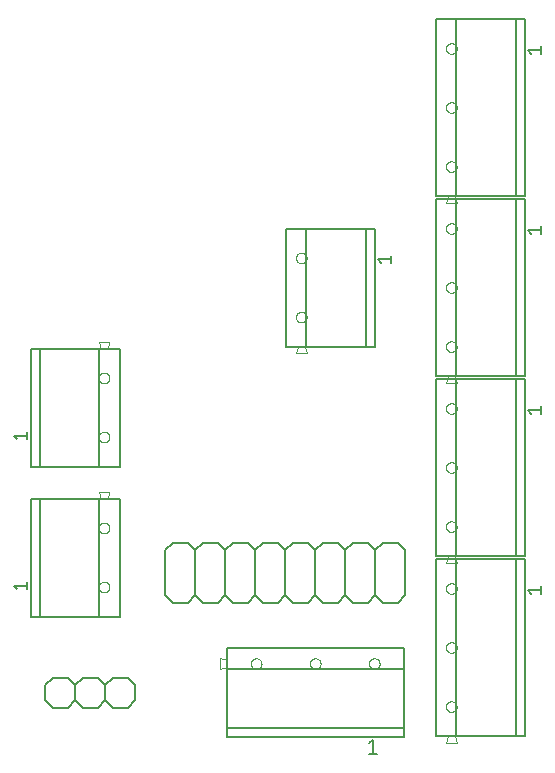
<source format=gto>
G75*
%MOIN*%
%OFA0B0*%
%FSLAX25Y25*%
%IPPOS*%
%LPD*%
%AMOC8*
5,1,8,0,0,1.08239X$1,22.5*
%
%ADD10C,0.00600*%
%ADD11C,0.00300*%
%ADD12C,0.00500*%
D10*
X0016169Y0018669D02*
X0013669Y0021169D01*
X0013669Y0026169D01*
X0016169Y0028669D01*
X0021169Y0028669D01*
X0023669Y0026169D01*
X0026169Y0028669D01*
X0031169Y0028669D01*
X0033669Y0026169D01*
X0036169Y0028669D01*
X0041169Y0028669D01*
X0043669Y0026169D01*
X0043669Y0021169D01*
X0041169Y0018669D01*
X0036169Y0018669D01*
X0033669Y0021169D01*
X0031169Y0018669D01*
X0026169Y0018669D01*
X0023669Y0021169D01*
X0021169Y0018669D01*
X0016169Y0018669D01*
X0023669Y0021169D02*
X0023669Y0026169D01*
X0033669Y0026169D02*
X0033669Y0021169D01*
X0031622Y0048984D02*
X0031622Y0088354D01*
X0032154Y0088354D01*
X0034476Y0088354D01*
X0038433Y0088354D01*
X0038433Y0048984D01*
X0031622Y0048984D01*
X0011819Y0048984D01*
X0011819Y0088354D01*
X0031622Y0088354D01*
X0031622Y0098984D02*
X0031622Y0138354D01*
X0032154Y0138354D01*
X0034476Y0138354D01*
X0038433Y0138354D01*
X0038433Y0098984D01*
X0031622Y0098984D01*
X0011819Y0098984D01*
X0011819Y0138354D01*
X0031622Y0138354D01*
X0011819Y0138354D02*
X0008906Y0138354D01*
X0008906Y0098984D01*
X0011819Y0098984D01*
X0011819Y0088354D02*
X0008906Y0088354D01*
X0008906Y0048984D01*
X0011819Y0048984D01*
X0053669Y0056169D02*
X0053669Y0071169D01*
X0056169Y0073669D01*
X0061169Y0073669D01*
X0063669Y0071169D01*
X0063669Y0056169D01*
X0066169Y0053669D01*
X0071169Y0053669D01*
X0073669Y0056169D01*
X0073669Y0071169D01*
X0076169Y0073669D01*
X0081169Y0073669D01*
X0083669Y0071169D01*
X0083669Y0056169D01*
X0086169Y0053669D01*
X0091169Y0053669D01*
X0093669Y0056169D01*
X0093669Y0071169D01*
X0096169Y0073669D01*
X0101169Y0073669D01*
X0103669Y0071169D01*
X0103669Y0056169D01*
X0106169Y0053669D01*
X0111169Y0053669D01*
X0113669Y0056169D01*
X0113669Y0071169D01*
X0116169Y0073669D01*
X0121169Y0073669D01*
X0123669Y0071169D01*
X0126169Y0073669D01*
X0131169Y0073669D01*
X0133669Y0071169D01*
X0133669Y0056169D01*
X0131169Y0053669D01*
X0126169Y0053669D01*
X0123669Y0056169D01*
X0123669Y0071169D01*
X0113669Y0071169D02*
X0111169Y0073669D01*
X0106169Y0073669D01*
X0103669Y0071169D01*
X0093669Y0071169D02*
X0091169Y0073669D01*
X0086169Y0073669D01*
X0083669Y0071169D01*
X0073669Y0071169D02*
X0071169Y0073669D01*
X0066169Y0073669D01*
X0063669Y0071169D01*
X0063669Y0056169D02*
X0061169Y0053669D01*
X0056169Y0053669D01*
X0053669Y0056169D01*
X0073669Y0056169D02*
X0076169Y0053669D01*
X0081169Y0053669D01*
X0083669Y0056169D01*
X0093669Y0056169D02*
X0096169Y0053669D01*
X0101169Y0053669D01*
X0103669Y0056169D01*
X0113669Y0056169D02*
X0116169Y0053669D01*
X0121169Y0053669D01*
X0123669Y0056169D01*
X0133197Y0038433D02*
X0133197Y0031622D01*
X0074142Y0031622D01*
X0074142Y0032154D01*
X0074142Y0034476D01*
X0074142Y0038433D01*
X0133197Y0038433D01*
X0133197Y0031622D02*
X0133197Y0011819D01*
X0074142Y0011819D01*
X0074142Y0031622D01*
X0074142Y0011819D02*
X0074142Y0008906D01*
X0133197Y0008906D01*
X0133197Y0011819D01*
X0143906Y0009142D02*
X0147862Y0009142D01*
X0150185Y0009142D01*
X0150717Y0009142D01*
X0150717Y0068197D01*
X0170520Y0068197D01*
X0170520Y0009142D01*
X0150717Y0009142D01*
X0143906Y0009142D02*
X0143906Y0068197D01*
X0150717Y0068197D01*
X0150717Y0069142D02*
X0150717Y0128197D01*
X0170520Y0128197D01*
X0170520Y0069142D01*
X0150717Y0069142D01*
X0150185Y0069142D01*
X0147862Y0069142D01*
X0143906Y0069142D01*
X0143906Y0128197D01*
X0150717Y0128197D01*
X0150717Y0129142D02*
X0150717Y0188197D01*
X0170520Y0188197D01*
X0170520Y0129142D01*
X0150717Y0129142D01*
X0150185Y0129142D01*
X0147862Y0129142D01*
X0143906Y0129142D01*
X0143906Y0188197D01*
X0150717Y0188197D01*
X0150717Y0189142D02*
X0150717Y0248197D01*
X0170520Y0248197D01*
X0170520Y0189142D01*
X0150717Y0189142D01*
X0150185Y0189142D01*
X0147862Y0189142D01*
X0143906Y0189142D01*
X0143906Y0248197D01*
X0150717Y0248197D01*
X0170520Y0248197D02*
X0173433Y0248197D01*
X0173433Y0189142D01*
X0170520Y0189142D01*
X0170520Y0188197D02*
X0173433Y0188197D01*
X0173433Y0129142D01*
X0170520Y0129142D01*
X0170520Y0128197D02*
X0173433Y0128197D01*
X0173433Y0069142D01*
X0170520Y0069142D01*
X0170520Y0068197D02*
X0173433Y0068197D01*
X0173433Y0009142D01*
X0170520Y0009142D01*
X0123433Y0138984D02*
X0120520Y0138984D01*
X0120520Y0178354D01*
X0123433Y0178354D01*
X0123433Y0138984D01*
X0120520Y0138984D02*
X0100717Y0138984D01*
X0100717Y0178354D01*
X0120520Y0178354D01*
X0100717Y0178354D02*
X0093906Y0178354D01*
X0093906Y0138984D01*
X0097862Y0138984D01*
X0100185Y0138984D01*
X0100717Y0138984D01*
D11*
X0100185Y0138984D02*
X0100795Y0136701D01*
X0097252Y0136701D01*
X0097862Y0138984D01*
X0097252Y0148827D02*
X0097254Y0148911D01*
X0097260Y0148994D01*
X0097270Y0149077D01*
X0097284Y0149160D01*
X0097301Y0149242D01*
X0097323Y0149323D01*
X0097348Y0149402D01*
X0097377Y0149481D01*
X0097410Y0149558D01*
X0097446Y0149633D01*
X0097486Y0149707D01*
X0097529Y0149779D01*
X0097576Y0149848D01*
X0097626Y0149915D01*
X0097679Y0149980D01*
X0097735Y0150042D01*
X0097793Y0150102D01*
X0097855Y0150159D01*
X0097919Y0150212D01*
X0097986Y0150263D01*
X0098055Y0150310D01*
X0098126Y0150355D01*
X0098199Y0150395D01*
X0098274Y0150432D01*
X0098351Y0150466D01*
X0098429Y0150496D01*
X0098508Y0150522D01*
X0098589Y0150545D01*
X0098671Y0150563D01*
X0098753Y0150578D01*
X0098836Y0150589D01*
X0098919Y0150596D01*
X0099003Y0150599D01*
X0099087Y0150598D01*
X0099170Y0150593D01*
X0099254Y0150584D01*
X0099336Y0150571D01*
X0099418Y0150555D01*
X0099499Y0150534D01*
X0099580Y0150510D01*
X0099658Y0150482D01*
X0099736Y0150450D01*
X0099812Y0150414D01*
X0099886Y0150375D01*
X0099958Y0150333D01*
X0100028Y0150287D01*
X0100096Y0150238D01*
X0100161Y0150186D01*
X0100224Y0150131D01*
X0100284Y0150073D01*
X0100342Y0150012D01*
X0100396Y0149948D01*
X0100448Y0149882D01*
X0100496Y0149814D01*
X0100541Y0149743D01*
X0100582Y0149670D01*
X0100621Y0149596D01*
X0100655Y0149520D01*
X0100686Y0149442D01*
X0100713Y0149363D01*
X0100737Y0149282D01*
X0100756Y0149201D01*
X0100772Y0149119D01*
X0100784Y0149036D01*
X0100792Y0148952D01*
X0100796Y0148869D01*
X0100796Y0148785D01*
X0100792Y0148702D01*
X0100784Y0148618D01*
X0100772Y0148535D01*
X0100756Y0148453D01*
X0100737Y0148372D01*
X0100713Y0148291D01*
X0100686Y0148212D01*
X0100655Y0148134D01*
X0100621Y0148058D01*
X0100582Y0147984D01*
X0100541Y0147911D01*
X0100496Y0147840D01*
X0100448Y0147772D01*
X0100396Y0147706D01*
X0100342Y0147642D01*
X0100284Y0147581D01*
X0100224Y0147523D01*
X0100161Y0147468D01*
X0100096Y0147416D01*
X0100028Y0147367D01*
X0099958Y0147321D01*
X0099886Y0147279D01*
X0099812Y0147240D01*
X0099736Y0147204D01*
X0099658Y0147172D01*
X0099580Y0147144D01*
X0099499Y0147120D01*
X0099418Y0147099D01*
X0099336Y0147083D01*
X0099254Y0147070D01*
X0099170Y0147061D01*
X0099087Y0147056D01*
X0099003Y0147055D01*
X0098919Y0147058D01*
X0098836Y0147065D01*
X0098753Y0147076D01*
X0098671Y0147091D01*
X0098589Y0147109D01*
X0098508Y0147132D01*
X0098429Y0147158D01*
X0098351Y0147188D01*
X0098274Y0147222D01*
X0098199Y0147259D01*
X0098126Y0147299D01*
X0098055Y0147344D01*
X0097986Y0147391D01*
X0097919Y0147442D01*
X0097855Y0147495D01*
X0097793Y0147552D01*
X0097735Y0147612D01*
X0097679Y0147674D01*
X0097626Y0147739D01*
X0097576Y0147806D01*
X0097529Y0147875D01*
X0097486Y0147947D01*
X0097446Y0148021D01*
X0097410Y0148096D01*
X0097377Y0148173D01*
X0097348Y0148252D01*
X0097323Y0148331D01*
X0097301Y0148412D01*
X0097284Y0148494D01*
X0097270Y0148577D01*
X0097260Y0148660D01*
X0097254Y0148743D01*
X0097252Y0148827D01*
X0097252Y0168512D02*
X0097254Y0168596D01*
X0097260Y0168679D01*
X0097270Y0168762D01*
X0097284Y0168845D01*
X0097301Y0168927D01*
X0097323Y0169008D01*
X0097348Y0169087D01*
X0097377Y0169166D01*
X0097410Y0169243D01*
X0097446Y0169318D01*
X0097486Y0169392D01*
X0097529Y0169464D01*
X0097576Y0169533D01*
X0097626Y0169600D01*
X0097679Y0169665D01*
X0097735Y0169727D01*
X0097793Y0169787D01*
X0097855Y0169844D01*
X0097919Y0169897D01*
X0097986Y0169948D01*
X0098055Y0169995D01*
X0098126Y0170040D01*
X0098199Y0170080D01*
X0098274Y0170117D01*
X0098351Y0170151D01*
X0098429Y0170181D01*
X0098508Y0170207D01*
X0098589Y0170230D01*
X0098671Y0170248D01*
X0098753Y0170263D01*
X0098836Y0170274D01*
X0098919Y0170281D01*
X0099003Y0170284D01*
X0099087Y0170283D01*
X0099170Y0170278D01*
X0099254Y0170269D01*
X0099336Y0170256D01*
X0099418Y0170240D01*
X0099499Y0170219D01*
X0099580Y0170195D01*
X0099658Y0170167D01*
X0099736Y0170135D01*
X0099812Y0170099D01*
X0099886Y0170060D01*
X0099958Y0170018D01*
X0100028Y0169972D01*
X0100096Y0169923D01*
X0100161Y0169871D01*
X0100224Y0169816D01*
X0100284Y0169758D01*
X0100342Y0169697D01*
X0100396Y0169633D01*
X0100448Y0169567D01*
X0100496Y0169499D01*
X0100541Y0169428D01*
X0100582Y0169355D01*
X0100621Y0169281D01*
X0100655Y0169205D01*
X0100686Y0169127D01*
X0100713Y0169048D01*
X0100737Y0168967D01*
X0100756Y0168886D01*
X0100772Y0168804D01*
X0100784Y0168721D01*
X0100792Y0168637D01*
X0100796Y0168554D01*
X0100796Y0168470D01*
X0100792Y0168387D01*
X0100784Y0168303D01*
X0100772Y0168220D01*
X0100756Y0168138D01*
X0100737Y0168057D01*
X0100713Y0167976D01*
X0100686Y0167897D01*
X0100655Y0167819D01*
X0100621Y0167743D01*
X0100582Y0167669D01*
X0100541Y0167596D01*
X0100496Y0167525D01*
X0100448Y0167457D01*
X0100396Y0167391D01*
X0100342Y0167327D01*
X0100284Y0167266D01*
X0100224Y0167208D01*
X0100161Y0167153D01*
X0100096Y0167101D01*
X0100028Y0167052D01*
X0099958Y0167006D01*
X0099886Y0166964D01*
X0099812Y0166925D01*
X0099736Y0166889D01*
X0099658Y0166857D01*
X0099580Y0166829D01*
X0099499Y0166805D01*
X0099418Y0166784D01*
X0099336Y0166768D01*
X0099254Y0166755D01*
X0099170Y0166746D01*
X0099087Y0166741D01*
X0099003Y0166740D01*
X0098919Y0166743D01*
X0098836Y0166750D01*
X0098753Y0166761D01*
X0098671Y0166776D01*
X0098589Y0166794D01*
X0098508Y0166817D01*
X0098429Y0166843D01*
X0098351Y0166873D01*
X0098274Y0166907D01*
X0098199Y0166944D01*
X0098126Y0166984D01*
X0098055Y0167029D01*
X0097986Y0167076D01*
X0097919Y0167127D01*
X0097855Y0167180D01*
X0097793Y0167237D01*
X0097735Y0167297D01*
X0097679Y0167359D01*
X0097626Y0167424D01*
X0097576Y0167491D01*
X0097529Y0167560D01*
X0097486Y0167632D01*
X0097446Y0167706D01*
X0097410Y0167781D01*
X0097377Y0167858D01*
X0097348Y0167937D01*
X0097323Y0168016D01*
X0097301Y0168097D01*
X0097284Y0168179D01*
X0097270Y0168262D01*
X0097260Y0168345D01*
X0097254Y0168428D01*
X0097252Y0168512D01*
X0147252Y0186858D02*
X0150795Y0186858D01*
X0150185Y0189142D01*
X0147862Y0189142D02*
X0147252Y0186858D01*
X0147252Y0178354D02*
X0147254Y0178438D01*
X0147260Y0178521D01*
X0147270Y0178604D01*
X0147284Y0178687D01*
X0147301Y0178769D01*
X0147323Y0178850D01*
X0147348Y0178929D01*
X0147377Y0179008D01*
X0147410Y0179085D01*
X0147446Y0179160D01*
X0147486Y0179234D01*
X0147529Y0179306D01*
X0147576Y0179375D01*
X0147626Y0179442D01*
X0147679Y0179507D01*
X0147735Y0179569D01*
X0147793Y0179629D01*
X0147855Y0179686D01*
X0147919Y0179739D01*
X0147986Y0179790D01*
X0148055Y0179837D01*
X0148126Y0179882D01*
X0148199Y0179922D01*
X0148274Y0179959D01*
X0148351Y0179993D01*
X0148429Y0180023D01*
X0148508Y0180049D01*
X0148589Y0180072D01*
X0148671Y0180090D01*
X0148753Y0180105D01*
X0148836Y0180116D01*
X0148919Y0180123D01*
X0149003Y0180126D01*
X0149087Y0180125D01*
X0149170Y0180120D01*
X0149254Y0180111D01*
X0149336Y0180098D01*
X0149418Y0180082D01*
X0149499Y0180061D01*
X0149580Y0180037D01*
X0149658Y0180009D01*
X0149736Y0179977D01*
X0149812Y0179941D01*
X0149886Y0179902D01*
X0149958Y0179860D01*
X0150028Y0179814D01*
X0150096Y0179765D01*
X0150161Y0179713D01*
X0150224Y0179658D01*
X0150284Y0179600D01*
X0150342Y0179539D01*
X0150396Y0179475D01*
X0150448Y0179409D01*
X0150496Y0179341D01*
X0150541Y0179270D01*
X0150582Y0179197D01*
X0150621Y0179123D01*
X0150655Y0179047D01*
X0150686Y0178969D01*
X0150713Y0178890D01*
X0150737Y0178809D01*
X0150756Y0178728D01*
X0150772Y0178646D01*
X0150784Y0178563D01*
X0150792Y0178479D01*
X0150796Y0178396D01*
X0150796Y0178312D01*
X0150792Y0178229D01*
X0150784Y0178145D01*
X0150772Y0178062D01*
X0150756Y0177980D01*
X0150737Y0177899D01*
X0150713Y0177818D01*
X0150686Y0177739D01*
X0150655Y0177661D01*
X0150621Y0177585D01*
X0150582Y0177511D01*
X0150541Y0177438D01*
X0150496Y0177367D01*
X0150448Y0177299D01*
X0150396Y0177233D01*
X0150342Y0177169D01*
X0150284Y0177108D01*
X0150224Y0177050D01*
X0150161Y0176995D01*
X0150096Y0176943D01*
X0150028Y0176894D01*
X0149958Y0176848D01*
X0149886Y0176806D01*
X0149812Y0176767D01*
X0149736Y0176731D01*
X0149658Y0176699D01*
X0149580Y0176671D01*
X0149499Y0176647D01*
X0149418Y0176626D01*
X0149336Y0176610D01*
X0149254Y0176597D01*
X0149170Y0176588D01*
X0149087Y0176583D01*
X0149003Y0176582D01*
X0148919Y0176585D01*
X0148836Y0176592D01*
X0148753Y0176603D01*
X0148671Y0176618D01*
X0148589Y0176636D01*
X0148508Y0176659D01*
X0148429Y0176685D01*
X0148351Y0176715D01*
X0148274Y0176749D01*
X0148199Y0176786D01*
X0148126Y0176826D01*
X0148055Y0176871D01*
X0147986Y0176918D01*
X0147919Y0176969D01*
X0147855Y0177022D01*
X0147793Y0177079D01*
X0147735Y0177139D01*
X0147679Y0177201D01*
X0147626Y0177266D01*
X0147576Y0177333D01*
X0147529Y0177402D01*
X0147486Y0177474D01*
X0147446Y0177548D01*
X0147410Y0177623D01*
X0147377Y0177700D01*
X0147348Y0177779D01*
X0147323Y0177858D01*
X0147301Y0177939D01*
X0147284Y0178021D01*
X0147270Y0178104D01*
X0147260Y0178187D01*
X0147254Y0178270D01*
X0147252Y0178354D01*
X0147252Y0158669D02*
X0147254Y0158753D01*
X0147260Y0158836D01*
X0147270Y0158919D01*
X0147284Y0159002D01*
X0147301Y0159084D01*
X0147323Y0159165D01*
X0147348Y0159244D01*
X0147377Y0159323D01*
X0147410Y0159400D01*
X0147446Y0159475D01*
X0147486Y0159549D01*
X0147529Y0159621D01*
X0147576Y0159690D01*
X0147626Y0159757D01*
X0147679Y0159822D01*
X0147735Y0159884D01*
X0147793Y0159944D01*
X0147855Y0160001D01*
X0147919Y0160054D01*
X0147986Y0160105D01*
X0148055Y0160152D01*
X0148126Y0160197D01*
X0148199Y0160237D01*
X0148274Y0160274D01*
X0148351Y0160308D01*
X0148429Y0160338D01*
X0148508Y0160364D01*
X0148589Y0160387D01*
X0148671Y0160405D01*
X0148753Y0160420D01*
X0148836Y0160431D01*
X0148919Y0160438D01*
X0149003Y0160441D01*
X0149087Y0160440D01*
X0149170Y0160435D01*
X0149254Y0160426D01*
X0149336Y0160413D01*
X0149418Y0160397D01*
X0149499Y0160376D01*
X0149580Y0160352D01*
X0149658Y0160324D01*
X0149736Y0160292D01*
X0149812Y0160256D01*
X0149886Y0160217D01*
X0149958Y0160175D01*
X0150028Y0160129D01*
X0150096Y0160080D01*
X0150161Y0160028D01*
X0150224Y0159973D01*
X0150284Y0159915D01*
X0150342Y0159854D01*
X0150396Y0159790D01*
X0150448Y0159724D01*
X0150496Y0159656D01*
X0150541Y0159585D01*
X0150582Y0159512D01*
X0150621Y0159438D01*
X0150655Y0159362D01*
X0150686Y0159284D01*
X0150713Y0159205D01*
X0150737Y0159124D01*
X0150756Y0159043D01*
X0150772Y0158961D01*
X0150784Y0158878D01*
X0150792Y0158794D01*
X0150796Y0158711D01*
X0150796Y0158627D01*
X0150792Y0158544D01*
X0150784Y0158460D01*
X0150772Y0158377D01*
X0150756Y0158295D01*
X0150737Y0158214D01*
X0150713Y0158133D01*
X0150686Y0158054D01*
X0150655Y0157976D01*
X0150621Y0157900D01*
X0150582Y0157826D01*
X0150541Y0157753D01*
X0150496Y0157682D01*
X0150448Y0157614D01*
X0150396Y0157548D01*
X0150342Y0157484D01*
X0150284Y0157423D01*
X0150224Y0157365D01*
X0150161Y0157310D01*
X0150096Y0157258D01*
X0150028Y0157209D01*
X0149958Y0157163D01*
X0149886Y0157121D01*
X0149812Y0157082D01*
X0149736Y0157046D01*
X0149658Y0157014D01*
X0149580Y0156986D01*
X0149499Y0156962D01*
X0149418Y0156941D01*
X0149336Y0156925D01*
X0149254Y0156912D01*
X0149170Y0156903D01*
X0149087Y0156898D01*
X0149003Y0156897D01*
X0148919Y0156900D01*
X0148836Y0156907D01*
X0148753Y0156918D01*
X0148671Y0156933D01*
X0148589Y0156951D01*
X0148508Y0156974D01*
X0148429Y0157000D01*
X0148351Y0157030D01*
X0148274Y0157064D01*
X0148199Y0157101D01*
X0148126Y0157141D01*
X0148055Y0157186D01*
X0147986Y0157233D01*
X0147919Y0157284D01*
X0147855Y0157337D01*
X0147793Y0157394D01*
X0147735Y0157454D01*
X0147679Y0157516D01*
X0147626Y0157581D01*
X0147576Y0157648D01*
X0147529Y0157717D01*
X0147486Y0157789D01*
X0147446Y0157863D01*
X0147410Y0157938D01*
X0147377Y0158015D01*
X0147348Y0158094D01*
X0147323Y0158173D01*
X0147301Y0158254D01*
X0147284Y0158336D01*
X0147270Y0158419D01*
X0147260Y0158502D01*
X0147254Y0158585D01*
X0147252Y0158669D01*
X0147252Y0138984D02*
X0147254Y0139068D01*
X0147260Y0139151D01*
X0147270Y0139234D01*
X0147284Y0139317D01*
X0147301Y0139399D01*
X0147323Y0139480D01*
X0147348Y0139559D01*
X0147377Y0139638D01*
X0147410Y0139715D01*
X0147446Y0139790D01*
X0147486Y0139864D01*
X0147529Y0139936D01*
X0147576Y0140005D01*
X0147626Y0140072D01*
X0147679Y0140137D01*
X0147735Y0140199D01*
X0147793Y0140259D01*
X0147855Y0140316D01*
X0147919Y0140369D01*
X0147986Y0140420D01*
X0148055Y0140467D01*
X0148126Y0140512D01*
X0148199Y0140552D01*
X0148274Y0140589D01*
X0148351Y0140623D01*
X0148429Y0140653D01*
X0148508Y0140679D01*
X0148589Y0140702D01*
X0148671Y0140720D01*
X0148753Y0140735D01*
X0148836Y0140746D01*
X0148919Y0140753D01*
X0149003Y0140756D01*
X0149087Y0140755D01*
X0149170Y0140750D01*
X0149254Y0140741D01*
X0149336Y0140728D01*
X0149418Y0140712D01*
X0149499Y0140691D01*
X0149580Y0140667D01*
X0149658Y0140639D01*
X0149736Y0140607D01*
X0149812Y0140571D01*
X0149886Y0140532D01*
X0149958Y0140490D01*
X0150028Y0140444D01*
X0150096Y0140395D01*
X0150161Y0140343D01*
X0150224Y0140288D01*
X0150284Y0140230D01*
X0150342Y0140169D01*
X0150396Y0140105D01*
X0150448Y0140039D01*
X0150496Y0139971D01*
X0150541Y0139900D01*
X0150582Y0139827D01*
X0150621Y0139753D01*
X0150655Y0139677D01*
X0150686Y0139599D01*
X0150713Y0139520D01*
X0150737Y0139439D01*
X0150756Y0139358D01*
X0150772Y0139276D01*
X0150784Y0139193D01*
X0150792Y0139109D01*
X0150796Y0139026D01*
X0150796Y0138942D01*
X0150792Y0138859D01*
X0150784Y0138775D01*
X0150772Y0138692D01*
X0150756Y0138610D01*
X0150737Y0138529D01*
X0150713Y0138448D01*
X0150686Y0138369D01*
X0150655Y0138291D01*
X0150621Y0138215D01*
X0150582Y0138141D01*
X0150541Y0138068D01*
X0150496Y0137997D01*
X0150448Y0137929D01*
X0150396Y0137863D01*
X0150342Y0137799D01*
X0150284Y0137738D01*
X0150224Y0137680D01*
X0150161Y0137625D01*
X0150096Y0137573D01*
X0150028Y0137524D01*
X0149958Y0137478D01*
X0149886Y0137436D01*
X0149812Y0137397D01*
X0149736Y0137361D01*
X0149658Y0137329D01*
X0149580Y0137301D01*
X0149499Y0137277D01*
X0149418Y0137256D01*
X0149336Y0137240D01*
X0149254Y0137227D01*
X0149170Y0137218D01*
X0149087Y0137213D01*
X0149003Y0137212D01*
X0148919Y0137215D01*
X0148836Y0137222D01*
X0148753Y0137233D01*
X0148671Y0137248D01*
X0148589Y0137266D01*
X0148508Y0137289D01*
X0148429Y0137315D01*
X0148351Y0137345D01*
X0148274Y0137379D01*
X0148199Y0137416D01*
X0148126Y0137456D01*
X0148055Y0137501D01*
X0147986Y0137548D01*
X0147919Y0137599D01*
X0147855Y0137652D01*
X0147793Y0137709D01*
X0147735Y0137769D01*
X0147679Y0137831D01*
X0147626Y0137896D01*
X0147576Y0137963D01*
X0147529Y0138032D01*
X0147486Y0138104D01*
X0147446Y0138178D01*
X0147410Y0138253D01*
X0147377Y0138330D01*
X0147348Y0138409D01*
X0147323Y0138488D01*
X0147301Y0138569D01*
X0147284Y0138651D01*
X0147270Y0138734D01*
X0147260Y0138817D01*
X0147254Y0138900D01*
X0147252Y0138984D01*
X0147862Y0129142D02*
X0147252Y0126858D01*
X0150795Y0126858D01*
X0150185Y0129142D01*
X0147252Y0118354D02*
X0147254Y0118438D01*
X0147260Y0118521D01*
X0147270Y0118604D01*
X0147284Y0118687D01*
X0147301Y0118769D01*
X0147323Y0118850D01*
X0147348Y0118929D01*
X0147377Y0119008D01*
X0147410Y0119085D01*
X0147446Y0119160D01*
X0147486Y0119234D01*
X0147529Y0119306D01*
X0147576Y0119375D01*
X0147626Y0119442D01*
X0147679Y0119507D01*
X0147735Y0119569D01*
X0147793Y0119629D01*
X0147855Y0119686D01*
X0147919Y0119739D01*
X0147986Y0119790D01*
X0148055Y0119837D01*
X0148126Y0119882D01*
X0148199Y0119922D01*
X0148274Y0119959D01*
X0148351Y0119993D01*
X0148429Y0120023D01*
X0148508Y0120049D01*
X0148589Y0120072D01*
X0148671Y0120090D01*
X0148753Y0120105D01*
X0148836Y0120116D01*
X0148919Y0120123D01*
X0149003Y0120126D01*
X0149087Y0120125D01*
X0149170Y0120120D01*
X0149254Y0120111D01*
X0149336Y0120098D01*
X0149418Y0120082D01*
X0149499Y0120061D01*
X0149580Y0120037D01*
X0149658Y0120009D01*
X0149736Y0119977D01*
X0149812Y0119941D01*
X0149886Y0119902D01*
X0149958Y0119860D01*
X0150028Y0119814D01*
X0150096Y0119765D01*
X0150161Y0119713D01*
X0150224Y0119658D01*
X0150284Y0119600D01*
X0150342Y0119539D01*
X0150396Y0119475D01*
X0150448Y0119409D01*
X0150496Y0119341D01*
X0150541Y0119270D01*
X0150582Y0119197D01*
X0150621Y0119123D01*
X0150655Y0119047D01*
X0150686Y0118969D01*
X0150713Y0118890D01*
X0150737Y0118809D01*
X0150756Y0118728D01*
X0150772Y0118646D01*
X0150784Y0118563D01*
X0150792Y0118479D01*
X0150796Y0118396D01*
X0150796Y0118312D01*
X0150792Y0118229D01*
X0150784Y0118145D01*
X0150772Y0118062D01*
X0150756Y0117980D01*
X0150737Y0117899D01*
X0150713Y0117818D01*
X0150686Y0117739D01*
X0150655Y0117661D01*
X0150621Y0117585D01*
X0150582Y0117511D01*
X0150541Y0117438D01*
X0150496Y0117367D01*
X0150448Y0117299D01*
X0150396Y0117233D01*
X0150342Y0117169D01*
X0150284Y0117108D01*
X0150224Y0117050D01*
X0150161Y0116995D01*
X0150096Y0116943D01*
X0150028Y0116894D01*
X0149958Y0116848D01*
X0149886Y0116806D01*
X0149812Y0116767D01*
X0149736Y0116731D01*
X0149658Y0116699D01*
X0149580Y0116671D01*
X0149499Y0116647D01*
X0149418Y0116626D01*
X0149336Y0116610D01*
X0149254Y0116597D01*
X0149170Y0116588D01*
X0149087Y0116583D01*
X0149003Y0116582D01*
X0148919Y0116585D01*
X0148836Y0116592D01*
X0148753Y0116603D01*
X0148671Y0116618D01*
X0148589Y0116636D01*
X0148508Y0116659D01*
X0148429Y0116685D01*
X0148351Y0116715D01*
X0148274Y0116749D01*
X0148199Y0116786D01*
X0148126Y0116826D01*
X0148055Y0116871D01*
X0147986Y0116918D01*
X0147919Y0116969D01*
X0147855Y0117022D01*
X0147793Y0117079D01*
X0147735Y0117139D01*
X0147679Y0117201D01*
X0147626Y0117266D01*
X0147576Y0117333D01*
X0147529Y0117402D01*
X0147486Y0117474D01*
X0147446Y0117548D01*
X0147410Y0117623D01*
X0147377Y0117700D01*
X0147348Y0117779D01*
X0147323Y0117858D01*
X0147301Y0117939D01*
X0147284Y0118021D01*
X0147270Y0118104D01*
X0147260Y0118187D01*
X0147254Y0118270D01*
X0147252Y0118354D01*
X0147252Y0098669D02*
X0147254Y0098753D01*
X0147260Y0098836D01*
X0147270Y0098919D01*
X0147284Y0099002D01*
X0147301Y0099084D01*
X0147323Y0099165D01*
X0147348Y0099244D01*
X0147377Y0099323D01*
X0147410Y0099400D01*
X0147446Y0099475D01*
X0147486Y0099549D01*
X0147529Y0099621D01*
X0147576Y0099690D01*
X0147626Y0099757D01*
X0147679Y0099822D01*
X0147735Y0099884D01*
X0147793Y0099944D01*
X0147855Y0100001D01*
X0147919Y0100054D01*
X0147986Y0100105D01*
X0148055Y0100152D01*
X0148126Y0100197D01*
X0148199Y0100237D01*
X0148274Y0100274D01*
X0148351Y0100308D01*
X0148429Y0100338D01*
X0148508Y0100364D01*
X0148589Y0100387D01*
X0148671Y0100405D01*
X0148753Y0100420D01*
X0148836Y0100431D01*
X0148919Y0100438D01*
X0149003Y0100441D01*
X0149087Y0100440D01*
X0149170Y0100435D01*
X0149254Y0100426D01*
X0149336Y0100413D01*
X0149418Y0100397D01*
X0149499Y0100376D01*
X0149580Y0100352D01*
X0149658Y0100324D01*
X0149736Y0100292D01*
X0149812Y0100256D01*
X0149886Y0100217D01*
X0149958Y0100175D01*
X0150028Y0100129D01*
X0150096Y0100080D01*
X0150161Y0100028D01*
X0150224Y0099973D01*
X0150284Y0099915D01*
X0150342Y0099854D01*
X0150396Y0099790D01*
X0150448Y0099724D01*
X0150496Y0099656D01*
X0150541Y0099585D01*
X0150582Y0099512D01*
X0150621Y0099438D01*
X0150655Y0099362D01*
X0150686Y0099284D01*
X0150713Y0099205D01*
X0150737Y0099124D01*
X0150756Y0099043D01*
X0150772Y0098961D01*
X0150784Y0098878D01*
X0150792Y0098794D01*
X0150796Y0098711D01*
X0150796Y0098627D01*
X0150792Y0098544D01*
X0150784Y0098460D01*
X0150772Y0098377D01*
X0150756Y0098295D01*
X0150737Y0098214D01*
X0150713Y0098133D01*
X0150686Y0098054D01*
X0150655Y0097976D01*
X0150621Y0097900D01*
X0150582Y0097826D01*
X0150541Y0097753D01*
X0150496Y0097682D01*
X0150448Y0097614D01*
X0150396Y0097548D01*
X0150342Y0097484D01*
X0150284Y0097423D01*
X0150224Y0097365D01*
X0150161Y0097310D01*
X0150096Y0097258D01*
X0150028Y0097209D01*
X0149958Y0097163D01*
X0149886Y0097121D01*
X0149812Y0097082D01*
X0149736Y0097046D01*
X0149658Y0097014D01*
X0149580Y0096986D01*
X0149499Y0096962D01*
X0149418Y0096941D01*
X0149336Y0096925D01*
X0149254Y0096912D01*
X0149170Y0096903D01*
X0149087Y0096898D01*
X0149003Y0096897D01*
X0148919Y0096900D01*
X0148836Y0096907D01*
X0148753Y0096918D01*
X0148671Y0096933D01*
X0148589Y0096951D01*
X0148508Y0096974D01*
X0148429Y0097000D01*
X0148351Y0097030D01*
X0148274Y0097064D01*
X0148199Y0097101D01*
X0148126Y0097141D01*
X0148055Y0097186D01*
X0147986Y0097233D01*
X0147919Y0097284D01*
X0147855Y0097337D01*
X0147793Y0097394D01*
X0147735Y0097454D01*
X0147679Y0097516D01*
X0147626Y0097581D01*
X0147576Y0097648D01*
X0147529Y0097717D01*
X0147486Y0097789D01*
X0147446Y0097863D01*
X0147410Y0097938D01*
X0147377Y0098015D01*
X0147348Y0098094D01*
X0147323Y0098173D01*
X0147301Y0098254D01*
X0147284Y0098336D01*
X0147270Y0098419D01*
X0147260Y0098502D01*
X0147254Y0098585D01*
X0147252Y0098669D01*
X0147252Y0078984D02*
X0147254Y0079068D01*
X0147260Y0079151D01*
X0147270Y0079234D01*
X0147284Y0079317D01*
X0147301Y0079399D01*
X0147323Y0079480D01*
X0147348Y0079559D01*
X0147377Y0079638D01*
X0147410Y0079715D01*
X0147446Y0079790D01*
X0147486Y0079864D01*
X0147529Y0079936D01*
X0147576Y0080005D01*
X0147626Y0080072D01*
X0147679Y0080137D01*
X0147735Y0080199D01*
X0147793Y0080259D01*
X0147855Y0080316D01*
X0147919Y0080369D01*
X0147986Y0080420D01*
X0148055Y0080467D01*
X0148126Y0080512D01*
X0148199Y0080552D01*
X0148274Y0080589D01*
X0148351Y0080623D01*
X0148429Y0080653D01*
X0148508Y0080679D01*
X0148589Y0080702D01*
X0148671Y0080720D01*
X0148753Y0080735D01*
X0148836Y0080746D01*
X0148919Y0080753D01*
X0149003Y0080756D01*
X0149087Y0080755D01*
X0149170Y0080750D01*
X0149254Y0080741D01*
X0149336Y0080728D01*
X0149418Y0080712D01*
X0149499Y0080691D01*
X0149580Y0080667D01*
X0149658Y0080639D01*
X0149736Y0080607D01*
X0149812Y0080571D01*
X0149886Y0080532D01*
X0149958Y0080490D01*
X0150028Y0080444D01*
X0150096Y0080395D01*
X0150161Y0080343D01*
X0150224Y0080288D01*
X0150284Y0080230D01*
X0150342Y0080169D01*
X0150396Y0080105D01*
X0150448Y0080039D01*
X0150496Y0079971D01*
X0150541Y0079900D01*
X0150582Y0079827D01*
X0150621Y0079753D01*
X0150655Y0079677D01*
X0150686Y0079599D01*
X0150713Y0079520D01*
X0150737Y0079439D01*
X0150756Y0079358D01*
X0150772Y0079276D01*
X0150784Y0079193D01*
X0150792Y0079109D01*
X0150796Y0079026D01*
X0150796Y0078942D01*
X0150792Y0078859D01*
X0150784Y0078775D01*
X0150772Y0078692D01*
X0150756Y0078610D01*
X0150737Y0078529D01*
X0150713Y0078448D01*
X0150686Y0078369D01*
X0150655Y0078291D01*
X0150621Y0078215D01*
X0150582Y0078141D01*
X0150541Y0078068D01*
X0150496Y0077997D01*
X0150448Y0077929D01*
X0150396Y0077863D01*
X0150342Y0077799D01*
X0150284Y0077738D01*
X0150224Y0077680D01*
X0150161Y0077625D01*
X0150096Y0077573D01*
X0150028Y0077524D01*
X0149958Y0077478D01*
X0149886Y0077436D01*
X0149812Y0077397D01*
X0149736Y0077361D01*
X0149658Y0077329D01*
X0149580Y0077301D01*
X0149499Y0077277D01*
X0149418Y0077256D01*
X0149336Y0077240D01*
X0149254Y0077227D01*
X0149170Y0077218D01*
X0149087Y0077213D01*
X0149003Y0077212D01*
X0148919Y0077215D01*
X0148836Y0077222D01*
X0148753Y0077233D01*
X0148671Y0077248D01*
X0148589Y0077266D01*
X0148508Y0077289D01*
X0148429Y0077315D01*
X0148351Y0077345D01*
X0148274Y0077379D01*
X0148199Y0077416D01*
X0148126Y0077456D01*
X0148055Y0077501D01*
X0147986Y0077548D01*
X0147919Y0077599D01*
X0147855Y0077652D01*
X0147793Y0077709D01*
X0147735Y0077769D01*
X0147679Y0077831D01*
X0147626Y0077896D01*
X0147576Y0077963D01*
X0147529Y0078032D01*
X0147486Y0078104D01*
X0147446Y0078178D01*
X0147410Y0078253D01*
X0147377Y0078330D01*
X0147348Y0078409D01*
X0147323Y0078488D01*
X0147301Y0078569D01*
X0147284Y0078651D01*
X0147270Y0078734D01*
X0147260Y0078817D01*
X0147254Y0078900D01*
X0147252Y0078984D01*
X0147862Y0069142D02*
X0147252Y0066858D01*
X0150795Y0066858D01*
X0150185Y0069142D01*
X0147252Y0058354D02*
X0147254Y0058438D01*
X0147260Y0058521D01*
X0147270Y0058604D01*
X0147284Y0058687D01*
X0147301Y0058769D01*
X0147323Y0058850D01*
X0147348Y0058929D01*
X0147377Y0059008D01*
X0147410Y0059085D01*
X0147446Y0059160D01*
X0147486Y0059234D01*
X0147529Y0059306D01*
X0147576Y0059375D01*
X0147626Y0059442D01*
X0147679Y0059507D01*
X0147735Y0059569D01*
X0147793Y0059629D01*
X0147855Y0059686D01*
X0147919Y0059739D01*
X0147986Y0059790D01*
X0148055Y0059837D01*
X0148126Y0059882D01*
X0148199Y0059922D01*
X0148274Y0059959D01*
X0148351Y0059993D01*
X0148429Y0060023D01*
X0148508Y0060049D01*
X0148589Y0060072D01*
X0148671Y0060090D01*
X0148753Y0060105D01*
X0148836Y0060116D01*
X0148919Y0060123D01*
X0149003Y0060126D01*
X0149087Y0060125D01*
X0149170Y0060120D01*
X0149254Y0060111D01*
X0149336Y0060098D01*
X0149418Y0060082D01*
X0149499Y0060061D01*
X0149580Y0060037D01*
X0149658Y0060009D01*
X0149736Y0059977D01*
X0149812Y0059941D01*
X0149886Y0059902D01*
X0149958Y0059860D01*
X0150028Y0059814D01*
X0150096Y0059765D01*
X0150161Y0059713D01*
X0150224Y0059658D01*
X0150284Y0059600D01*
X0150342Y0059539D01*
X0150396Y0059475D01*
X0150448Y0059409D01*
X0150496Y0059341D01*
X0150541Y0059270D01*
X0150582Y0059197D01*
X0150621Y0059123D01*
X0150655Y0059047D01*
X0150686Y0058969D01*
X0150713Y0058890D01*
X0150737Y0058809D01*
X0150756Y0058728D01*
X0150772Y0058646D01*
X0150784Y0058563D01*
X0150792Y0058479D01*
X0150796Y0058396D01*
X0150796Y0058312D01*
X0150792Y0058229D01*
X0150784Y0058145D01*
X0150772Y0058062D01*
X0150756Y0057980D01*
X0150737Y0057899D01*
X0150713Y0057818D01*
X0150686Y0057739D01*
X0150655Y0057661D01*
X0150621Y0057585D01*
X0150582Y0057511D01*
X0150541Y0057438D01*
X0150496Y0057367D01*
X0150448Y0057299D01*
X0150396Y0057233D01*
X0150342Y0057169D01*
X0150284Y0057108D01*
X0150224Y0057050D01*
X0150161Y0056995D01*
X0150096Y0056943D01*
X0150028Y0056894D01*
X0149958Y0056848D01*
X0149886Y0056806D01*
X0149812Y0056767D01*
X0149736Y0056731D01*
X0149658Y0056699D01*
X0149580Y0056671D01*
X0149499Y0056647D01*
X0149418Y0056626D01*
X0149336Y0056610D01*
X0149254Y0056597D01*
X0149170Y0056588D01*
X0149087Y0056583D01*
X0149003Y0056582D01*
X0148919Y0056585D01*
X0148836Y0056592D01*
X0148753Y0056603D01*
X0148671Y0056618D01*
X0148589Y0056636D01*
X0148508Y0056659D01*
X0148429Y0056685D01*
X0148351Y0056715D01*
X0148274Y0056749D01*
X0148199Y0056786D01*
X0148126Y0056826D01*
X0148055Y0056871D01*
X0147986Y0056918D01*
X0147919Y0056969D01*
X0147855Y0057022D01*
X0147793Y0057079D01*
X0147735Y0057139D01*
X0147679Y0057201D01*
X0147626Y0057266D01*
X0147576Y0057333D01*
X0147529Y0057402D01*
X0147486Y0057474D01*
X0147446Y0057548D01*
X0147410Y0057623D01*
X0147377Y0057700D01*
X0147348Y0057779D01*
X0147323Y0057858D01*
X0147301Y0057939D01*
X0147284Y0058021D01*
X0147270Y0058104D01*
X0147260Y0058187D01*
X0147254Y0058270D01*
X0147252Y0058354D01*
X0147252Y0038669D02*
X0147254Y0038753D01*
X0147260Y0038836D01*
X0147270Y0038919D01*
X0147284Y0039002D01*
X0147301Y0039084D01*
X0147323Y0039165D01*
X0147348Y0039244D01*
X0147377Y0039323D01*
X0147410Y0039400D01*
X0147446Y0039475D01*
X0147486Y0039549D01*
X0147529Y0039621D01*
X0147576Y0039690D01*
X0147626Y0039757D01*
X0147679Y0039822D01*
X0147735Y0039884D01*
X0147793Y0039944D01*
X0147855Y0040001D01*
X0147919Y0040054D01*
X0147986Y0040105D01*
X0148055Y0040152D01*
X0148126Y0040197D01*
X0148199Y0040237D01*
X0148274Y0040274D01*
X0148351Y0040308D01*
X0148429Y0040338D01*
X0148508Y0040364D01*
X0148589Y0040387D01*
X0148671Y0040405D01*
X0148753Y0040420D01*
X0148836Y0040431D01*
X0148919Y0040438D01*
X0149003Y0040441D01*
X0149087Y0040440D01*
X0149170Y0040435D01*
X0149254Y0040426D01*
X0149336Y0040413D01*
X0149418Y0040397D01*
X0149499Y0040376D01*
X0149580Y0040352D01*
X0149658Y0040324D01*
X0149736Y0040292D01*
X0149812Y0040256D01*
X0149886Y0040217D01*
X0149958Y0040175D01*
X0150028Y0040129D01*
X0150096Y0040080D01*
X0150161Y0040028D01*
X0150224Y0039973D01*
X0150284Y0039915D01*
X0150342Y0039854D01*
X0150396Y0039790D01*
X0150448Y0039724D01*
X0150496Y0039656D01*
X0150541Y0039585D01*
X0150582Y0039512D01*
X0150621Y0039438D01*
X0150655Y0039362D01*
X0150686Y0039284D01*
X0150713Y0039205D01*
X0150737Y0039124D01*
X0150756Y0039043D01*
X0150772Y0038961D01*
X0150784Y0038878D01*
X0150792Y0038794D01*
X0150796Y0038711D01*
X0150796Y0038627D01*
X0150792Y0038544D01*
X0150784Y0038460D01*
X0150772Y0038377D01*
X0150756Y0038295D01*
X0150737Y0038214D01*
X0150713Y0038133D01*
X0150686Y0038054D01*
X0150655Y0037976D01*
X0150621Y0037900D01*
X0150582Y0037826D01*
X0150541Y0037753D01*
X0150496Y0037682D01*
X0150448Y0037614D01*
X0150396Y0037548D01*
X0150342Y0037484D01*
X0150284Y0037423D01*
X0150224Y0037365D01*
X0150161Y0037310D01*
X0150096Y0037258D01*
X0150028Y0037209D01*
X0149958Y0037163D01*
X0149886Y0037121D01*
X0149812Y0037082D01*
X0149736Y0037046D01*
X0149658Y0037014D01*
X0149580Y0036986D01*
X0149499Y0036962D01*
X0149418Y0036941D01*
X0149336Y0036925D01*
X0149254Y0036912D01*
X0149170Y0036903D01*
X0149087Y0036898D01*
X0149003Y0036897D01*
X0148919Y0036900D01*
X0148836Y0036907D01*
X0148753Y0036918D01*
X0148671Y0036933D01*
X0148589Y0036951D01*
X0148508Y0036974D01*
X0148429Y0037000D01*
X0148351Y0037030D01*
X0148274Y0037064D01*
X0148199Y0037101D01*
X0148126Y0037141D01*
X0148055Y0037186D01*
X0147986Y0037233D01*
X0147919Y0037284D01*
X0147855Y0037337D01*
X0147793Y0037394D01*
X0147735Y0037454D01*
X0147679Y0037516D01*
X0147626Y0037581D01*
X0147576Y0037648D01*
X0147529Y0037717D01*
X0147486Y0037789D01*
X0147446Y0037863D01*
X0147410Y0037938D01*
X0147377Y0038015D01*
X0147348Y0038094D01*
X0147323Y0038173D01*
X0147301Y0038254D01*
X0147284Y0038336D01*
X0147270Y0038419D01*
X0147260Y0038502D01*
X0147254Y0038585D01*
X0147252Y0038669D01*
X0147252Y0018984D02*
X0147254Y0019068D01*
X0147260Y0019151D01*
X0147270Y0019234D01*
X0147284Y0019317D01*
X0147301Y0019399D01*
X0147323Y0019480D01*
X0147348Y0019559D01*
X0147377Y0019638D01*
X0147410Y0019715D01*
X0147446Y0019790D01*
X0147486Y0019864D01*
X0147529Y0019936D01*
X0147576Y0020005D01*
X0147626Y0020072D01*
X0147679Y0020137D01*
X0147735Y0020199D01*
X0147793Y0020259D01*
X0147855Y0020316D01*
X0147919Y0020369D01*
X0147986Y0020420D01*
X0148055Y0020467D01*
X0148126Y0020512D01*
X0148199Y0020552D01*
X0148274Y0020589D01*
X0148351Y0020623D01*
X0148429Y0020653D01*
X0148508Y0020679D01*
X0148589Y0020702D01*
X0148671Y0020720D01*
X0148753Y0020735D01*
X0148836Y0020746D01*
X0148919Y0020753D01*
X0149003Y0020756D01*
X0149087Y0020755D01*
X0149170Y0020750D01*
X0149254Y0020741D01*
X0149336Y0020728D01*
X0149418Y0020712D01*
X0149499Y0020691D01*
X0149580Y0020667D01*
X0149658Y0020639D01*
X0149736Y0020607D01*
X0149812Y0020571D01*
X0149886Y0020532D01*
X0149958Y0020490D01*
X0150028Y0020444D01*
X0150096Y0020395D01*
X0150161Y0020343D01*
X0150224Y0020288D01*
X0150284Y0020230D01*
X0150342Y0020169D01*
X0150396Y0020105D01*
X0150448Y0020039D01*
X0150496Y0019971D01*
X0150541Y0019900D01*
X0150582Y0019827D01*
X0150621Y0019753D01*
X0150655Y0019677D01*
X0150686Y0019599D01*
X0150713Y0019520D01*
X0150737Y0019439D01*
X0150756Y0019358D01*
X0150772Y0019276D01*
X0150784Y0019193D01*
X0150792Y0019109D01*
X0150796Y0019026D01*
X0150796Y0018942D01*
X0150792Y0018859D01*
X0150784Y0018775D01*
X0150772Y0018692D01*
X0150756Y0018610D01*
X0150737Y0018529D01*
X0150713Y0018448D01*
X0150686Y0018369D01*
X0150655Y0018291D01*
X0150621Y0018215D01*
X0150582Y0018141D01*
X0150541Y0018068D01*
X0150496Y0017997D01*
X0150448Y0017929D01*
X0150396Y0017863D01*
X0150342Y0017799D01*
X0150284Y0017738D01*
X0150224Y0017680D01*
X0150161Y0017625D01*
X0150096Y0017573D01*
X0150028Y0017524D01*
X0149958Y0017478D01*
X0149886Y0017436D01*
X0149812Y0017397D01*
X0149736Y0017361D01*
X0149658Y0017329D01*
X0149580Y0017301D01*
X0149499Y0017277D01*
X0149418Y0017256D01*
X0149336Y0017240D01*
X0149254Y0017227D01*
X0149170Y0017218D01*
X0149087Y0017213D01*
X0149003Y0017212D01*
X0148919Y0017215D01*
X0148836Y0017222D01*
X0148753Y0017233D01*
X0148671Y0017248D01*
X0148589Y0017266D01*
X0148508Y0017289D01*
X0148429Y0017315D01*
X0148351Y0017345D01*
X0148274Y0017379D01*
X0148199Y0017416D01*
X0148126Y0017456D01*
X0148055Y0017501D01*
X0147986Y0017548D01*
X0147919Y0017599D01*
X0147855Y0017652D01*
X0147793Y0017709D01*
X0147735Y0017769D01*
X0147679Y0017831D01*
X0147626Y0017896D01*
X0147576Y0017963D01*
X0147529Y0018032D01*
X0147486Y0018104D01*
X0147446Y0018178D01*
X0147410Y0018253D01*
X0147377Y0018330D01*
X0147348Y0018409D01*
X0147323Y0018488D01*
X0147301Y0018569D01*
X0147284Y0018651D01*
X0147270Y0018734D01*
X0147260Y0018817D01*
X0147254Y0018900D01*
X0147252Y0018984D01*
X0147862Y0009142D02*
X0147252Y0006858D01*
X0150795Y0006858D01*
X0150185Y0009142D01*
X0121582Y0033315D02*
X0121584Y0033399D01*
X0121590Y0033482D01*
X0121600Y0033565D01*
X0121614Y0033648D01*
X0121631Y0033730D01*
X0121653Y0033811D01*
X0121678Y0033890D01*
X0121707Y0033969D01*
X0121740Y0034046D01*
X0121776Y0034121D01*
X0121816Y0034195D01*
X0121859Y0034267D01*
X0121906Y0034336D01*
X0121956Y0034403D01*
X0122009Y0034468D01*
X0122065Y0034530D01*
X0122123Y0034590D01*
X0122185Y0034647D01*
X0122249Y0034700D01*
X0122316Y0034751D01*
X0122385Y0034798D01*
X0122456Y0034843D01*
X0122529Y0034883D01*
X0122604Y0034920D01*
X0122681Y0034954D01*
X0122759Y0034984D01*
X0122838Y0035010D01*
X0122919Y0035033D01*
X0123001Y0035051D01*
X0123083Y0035066D01*
X0123166Y0035077D01*
X0123249Y0035084D01*
X0123333Y0035087D01*
X0123417Y0035086D01*
X0123500Y0035081D01*
X0123584Y0035072D01*
X0123666Y0035059D01*
X0123748Y0035043D01*
X0123829Y0035022D01*
X0123910Y0034998D01*
X0123988Y0034970D01*
X0124066Y0034938D01*
X0124142Y0034902D01*
X0124216Y0034863D01*
X0124288Y0034821D01*
X0124358Y0034775D01*
X0124426Y0034726D01*
X0124491Y0034674D01*
X0124554Y0034619D01*
X0124614Y0034561D01*
X0124672Y0034500D01*
X0124726Y0034436D01*
X0124778Y0034370D01*
X0124826Y0034302D01*
X0124871Y0034231D01*
X0124912Y0034158D01*
X0124951Y0034084D01*
X0124985Y0034008D01*
X0125016Y0033930D01*
X0125043Y0033851D01*
X0125067Y0033770D01*
X0125086Y0033689D01*
X0125102Y0033607D01*
X0125114Y0033524D01*
X0125122Y0033440D01*
X0125126Y0033357D01*
X0125126Y0033273D01*
X0125122Y0033190D01*
X0125114Y0033106D01*
X0125102Y0033023D01*
X0125086Y0032941D01*
X0125067Y0032860D01*
X0125043Y0032779D01*
X0125016Y0032700D01*
X0124985Y0032622D01*
X0124951Y0032546D01*
X0124912Y0032472D01*
X0124871Y0032399D01*
X0124826Y0032328D01*
X0124778Y0032260D01*
X0124726Y0032194D01*
X0124672Y0032130D01*
X0124614Y0032069D01*
X0124554Y0032011D01*
X0124491Y0031956D01*
X0124426Y0031904D01*
X0124358Y0031855D01*
X0124288Y0031809D01*
X0124216Y0031767D01*
X0124142Y0031728D01*
X0124066Y0031692D01*
X0123988Y0031660D01*
X0123910Y0031632D01*
X0123829Y0031608D01*
X0123748Y0031587D01*
X0123666Y0031571D01*
X0123584Y0031558D01*
X0123500Y0031549D01*
X0123417Y0031544D01*
X0123333Y0031543D01*
X0123249Y0031546D01*
X0123166Y0031553D01*
X0123083Y0031564D01*
X0123001Y0031579D01*
X0122919Y0031597D01*
X0122838Y0031620D01*
X0122759Y0031646D01*
X0122681Y0031676D01*
X0122604Y0031710D01*
X0122529Y0031747D01*
X0122456Y0031787D01*
X0122385Y0031832D01*
X0122316Y0031879D01*
X0122249Y0031930D01*
X0122185Y0031983D01*
X0122123Y0032040D01*
X0122065Y0032100D01*
X0122009Y0032162D01*
X0121956Y0032227D01*
X0121906Y0032294D01*
X0121859Y0032363D01*
X0121816Y0032435D01*
X0121776Y0032509D01*
X0121740Y0032584D01*
X0121707Y0032661D01*
X0121678Y0032740D01*
X0121653Y0032819D01*
X0121631Y0032900D01*
X0121614Y0032982D01*
X0121600Y0033065D01*
X0121590Y0033148D01*
X0121584Y0033231D01*
X0121582Y0033315D01*
X0101897Y0033315D02*
X0101899Y0033399D01*
X0101905Y0033482D01*
X0101915Y0033565D01*
X0101929Y0033648D01*
X0101946Y0033730D01*
X0101968Y0033811D01*
X0101993Y0033890D01*
X0102022Y0033969D01*
X0102055Y0034046D01*
X0102091Y0034121D01*
X0102131Y0034195D01*
X0102174Y0034267D01*
X0102221Y0034336D01*
X0102271Y0034403D01*
X0102324Y0034468D01*
X0102380Y0034530D01*
X0102438Y0034590D01*
X0102500Y0034647D01*
X0102564Y0034700D01*
X0102631Y0034751D01*
X0102700Y0034798D01*
X0102771Y0034843D01*
X0102844Y0034883D01*
X0102919Y0034920D01*
X0102996Y0034954D01*
X0103074Y0034984D01*
X0103153Y0035010D01*
X0103234Y0035033D01*
X0103316Y0035051D01*
X0103398Y0035066D01*
X0103481Y0035077D01*
X0103564Y0035084D01*
X0103648Y0035087D01*
X0103732Y0035086D01*
X0103815Y0035081D01*
X0103899Y0035072D01*
X0103981Y0035059D01*
X0104063Y0035043D01*
X0104144Y0035022D01*
X0104225Y0034998D01*
X0104303Y0034970D01*
X0104381Y0034938D01*
X0104457Y0034902D01*
X0104531Y0034863D01*
X0104603Y0034821D01*
X0104673Y0034775D01*
X0104741Y0034726D01*
X0104806Y0034674D01*
X0104869Y0034619D01*
X0104929Y0034561D01*
X0104987Y0034500D01*
X0105041Y0034436D01*
X0105093Y0034370D01*
X0105141Y0034302D01*
X0105186Y0034231D01*
X0105227Y0034158D01*
X0105266Y0034084D01*
X0105300Y0034008D01*
X0105331Y0033930D01*
X0105358Y0033851D01*
X0105382Y0033770D01*
X0105401Y0033689D01*
X0105417Y0033607D01*
X0105429Y0033524D01*
X0105437Y0033440D01*
X0105441Y0033357D01*
X0105441Y0033273D01*
X0105437Y0033190D01*
X0105429Y0033106D01*
X0105417Y0033023D01*
X0105401Y0032941D01*
X0105382Y0032860D01*
X0105358Y0032779D01*
X0105331Y0032700D01*
X0105300Y0032622D01*
X0105266Y0032546D01*
X0105227Y0032472D01*
X0105186Y0032399D01*
X0105141Y0032328D01*
X0105093Y0032260D01*
X0105041Y0032194D01*
X0104987Y0032130D01*
X0104929Y0032069D01*
X0104869Y0032011D01*
X0104806Y0031956D01*
X0104741Y0031904D01*
X0104673Y0031855D01*
X0104603Y0031809D01*
X0104531Y0031767D01*
X0104457Y0031728D01*
X0104381Y0031692D01*
X0104303Y0031660D01*
X0104225Y0031632D01*
X0104144Y0031608D01*
X0104063Y0031587D01*
X0103981Y0031571D01*
X0103899Y0031558D01*
X0103815Y0031549D01*
X0103732Y0031544D01*
X0103648Y0031543D01*
X0103564Y0031546D01*
X0103481Y0031553D01*
X0103398Y0031564D01*
X0103316Y0031579D01*
X0103234Y0031597D01*
X0103153Y0031620D01*
X0103074Y0031646D01*
X0102996Y0031676D01*
X0102919Y0031710D01*
X0102844Y0031747D01*
X0102771Y0031787D01*
X0102700Y0031832D01*
X0102631Y0031879D01*
X0102564Y0031930D01*
X0102500Y0031983D01*
X0102438Y0032040D01*
X0102380Y0032100D01*
X0102324Y0032162D01*
X0102271Y0032227D01*
X0102221Y0032294D01*
X0102174Y0032363D01*
X0102131Y0032435D01*
X0102091Y0032509D01*
X0102055Y0032584D01*
X0102022Y0032661D01*
X0101993Y0032740D01*
X0101968Y0032819D01*
X0101946Y0032900D01*
X0101929Y0032982D01*
X0101915Y0033065D01*
X0101905Y0033148D01*
X0101899Y0033231D01*
X0101897Y0033315D01*
X0082212Y0033315D02*
X0082214Y0033399D01*
X0082220Y0033482D01*
X0082230Y0033565D01*
X0082244Y0033648D01*
X0082261Y0033730D01*
X0082283Y0033811D01*
X0082308Y0033890D01*
X0082337Y0033969D01*
X0082370Y0034046D01*
X0082406Y0034121D01*
X0082446Y0034195D01*
X0082489Y0034267D01*
X0082536Y0034336D01*
X0082586Y0034403D01*
X0082639Y0034468D01*
X0082695Y0034530D01*
X0082753Y0034590D01*
X0082815Y0034647D01*
X0082879Y0034700D01*
X0082946Y0034751D01*
X0083015Y0034798D01*
X0083086Y0034843D01*
X0083159Y0034883D01*
X0083234Y0034920D01*
X0083311Y0034954D01*
X0083389Y0034984D01*
X0083468Y0035010D01*
X0083549Y0035033D01*
X0083631Y0035051D01*
X0083713Y0035066D01*
X0083796Y0035077D01*
X0083879Y0035084D01*
X0083963Y0035087D01*
X0084047Y0035086D01*
X0084130Y0035081D01*
X0084214Y0035072D01*
X0084296Y0035059D01*
X0084378Y0035043D01*
X0084459Y0035022D01*
X0084540Y0034998D01*
X0084618Y0034970D01*
X0084696Y0034938D01*
X0084772Y0034902D01*
X0084846Y0034863D01*
X0084918Y0034821D01*
X0084988Y0034775D01*
X0085056Y0034726D01*
X0085121Y0034674D01*
X0085184Y0034619D01*
X0085244Y0034561D01*
X0085302Y0034500D01*
X0085356Y0034436D01*
X0085408Y0034370D01*
X0085456Y0034302D01*
X0085501Y0034231D01*
X0085542Y0034158D01*
X0085581Y0034084D01*
X0085615Y0034008D01*
X0085646Y0033930D01*
X0085673Y0033851D01*
X0085697Y0033770D01*
X0085716Y0033689D01*
X0085732Y0033607D01*
X0085744Y0033524D01*
X0085752Y0033440D01*
X0085756Y0033357D01*
X0085756Y0033273D01*
X0085752Y0033190D01*
X0085744Y0033106D01*
X0085732Y0033023D01*
X0085716Y0032941D01*
X0085697Y0032860D01*
X0085673Y0032779D01*
X0085646Y0032700D01*
X0085615Y0032622D01*
X0085581Y0032546D01*
X0085542Y0032472D01*
X0085501Y0032399D01*
X0085456Y0032328D01*
X0085408Y0032260D01*
X0085356Y0032194D01*
X0085302Y0032130D01*
X0085244Y0032069D01*
X0085184Y0032011D01*
X0085121Y0031956D01*
X0085056Y0031904D01*
X0084988Y0031855D01*
X0084918Y0031809D01*
X0084846Y0031767D01*
X0084772Y0031728D01*
X0084696Y0031692D01*
X0084618Y0031660D01*
X0084540Y0031632D01*
X0084459Y0031608D01*
X0084378Y0031587D01*
X0084296Y0031571D01*
X0084214Y0031558D01*
X0084130Y0031549D01*
X0084047Y0031544D01*
X0083963Y0031543D01*
X0083879Y0031546D01*
X0083796Y0031553D01*
X0083713Y0031564D01*
X0083631Y0031579D01*
X0083549Y0031597D01*
X0083468Y0031620D01*
X0083389Y0031646D01*
X0083311Y0031676D01*
X0083234Y0031710D01*
X0083159Y0031747D01*
X0083086Y0031787D01*
X0083015Y0031832D01*
X0082946Y0031879D01*
X0082879Y0031930D01*
X0082815Y0031983D01*
X0082753Y0032040D01*
X0082695Y0032100D01*
X0082639Y0032162D01*
X0082586Y0032227D01*
X0082536Y0032294D01*
X0082489Y0032363D01*
X0082446Y0032435D01*
X0082406Y0032509D01*
X0082370Y0032584D01*
X0082337Y0032661D01*
X0082308Y0032740D01*
X0082283Y0032819D01*
X0082261Y0032900D01*
X0082244Y0032982D01*
X0082230Y0033065D01*
X0082220Y0033148D01*
X0082214Y0033231D01*
X0082212Y0033315D01*
X0074142Y0034476D02*
X0071858Y0035087D01*
X0071858Y0031543D01*
X0074142Y0032154D01*
X0031543Y0058827D02*
X0031545Y0058911D01*
X0031551Y0058994D01*
X0031561Y0059077D01*
X0031575Y0059160D01*
X0031592Y0059242D01*
X0031614Y0059323D01*
X0031639Y0059402D01*
X0031668Y0059481D01*
X0031701Y0059558D01*
X0031737Y0059633D01*
X0031777Y0059707D01*
X0031820Y0059779D01*
X0031867Y0059848D01*
X0031917Y0059915D01*
X0031970Y0059980D01*
X0032026Y0060042D01*
X0032084Y0060102D01*
X0032146Y0060159D01*
X0032210Y0060212D01*
X0032277Y0060263D01*
X0032346Y0060310D01*
X0032417Y0060355D01*
X0032490Y0060395D01*
X0032565Y0060432D01*
X0032642Y0060466D01*
X0032720Y0060496D01*
X0032799Y0060522D01*
X0032880Y0060545D01*
X0032962Y0060563D01*
X0033044Y0060578D01*
X0033127Y0060589D01*
X0033210Y0060596D01*
X0033294Y0060599D01*
X0033378Y0060598D01*
X0033461Y0060593D01*
X0033545Y0060584D01*
X0033627Y0060571D01*
X0033709Y0060555D01*
X0033790Y0060534D01*
X0033871Y0060510D01*
X0033949Y0060482D01*
X0034027Y0060450D01*
X0034103Y0060414D01*
X0034177Y0060375D01*
X0034249Y0060333D01*
X0034319Y0060287D01*
X0034387Y0060238D01*
X0034452Y0060186D01*
X0034515Y0060131D01*
X0034575Y0060073D01*
X0034633Y0060012D01*
X0034687Y0059948D01*
X0034739Y0059882D01*
X0034787Y0059814D01*
X0034832Y0059743D01*
X0034873Y0059670D01*
X0034912Y0059596D01*
X0034946Y0059520D01*
X0034977Y0059442D01*
X0035004Y0059363D01*
X0035028Y0059282D01*
X0035047Y0059201D01*
X0035063Y0059119D01*
X0035075Y0059036D01*
X0035083Y0058952D01*
X0035087Y0058869D01*
X0035087Y0058785D01*
X0035083Y0058702D01*
X0035075Y0058618D01*
X0035063Y0058535D01*
X0035047Y0058453D01*
X0035028Y0058372D01*
X0035004Y0058291D01*
X0034977Y0058212D01*
X0034946Y0058134D01*
X0034912Y0058058D01*
X0034873Y0057984D01*
X0034832Y0057911D01*
X0034787Y0057840D01*
X0034739Y0057772D01*
X0034687Y0057706D01*
X0034633Y0057642D01*
X0034575Y0057581D01*
X0034515Y0057523D01*
X0034452Y0057468D01*
X0034387Y0057416D01*
X0034319Y0057367D01*
X0034249Y0057321D01*
X0034177Y0057279D01*
X0034103Y0057240D01*
X0034027Y0057204D01*
X0033949Y0057172D01*
X0033871Y0057144D01*
X0033790Y0057120D01*
X0033709Y0057099D01*
X0033627Y0057083D01*
X0033545Y0057070D01*
X0033461Y0057061D01*
X0033378Y0057056D01*
X0033294Y0057055D01*
X0033210Y0057058D01*
X0033127Y0057065D01*
X0033044Y0057076D01*
X0032962Y0057091D01*
X0032880Y0057109D01*
X0032799Y0057132D01*
X0032720Y0057158D01*
X0032642Y0057188D01*
X0032565Y0057222D01*
X0032490Y0057259D01*
X0032417Y0057299D01*
X0032346Y0057344D01*
X0032277Y0057391D01*
X0032210Y0057442D01*
X0032146Y0057495D01*
X0032084Y0057552D01*
X0032026Y0057612D01*
X0031970Y0057674D01*
X0031917Y0057739D01*
X0031867Y0057806D01*
X0031820Y0057875D01*
X0031777Y0057947D01*
X0031737Y0058021D01*
X0031701Y0058096D01*
X0031668Y0058173D01*
X0031639Y0058252D01*
X0031614Y0058331D01*
X0031592Y0058412D01*
X0031575Y0058494D01*
X0031561Y0058577D01*
X0031551Y0058660D01*
X0031545Y0058743D01*
X0031543Y0058827D01*
X0031543Y0078512D02*
X0031545Y0078596D01*
X0031551Y0078679D01*
X0031561Y0078762D01*
X0031575Y0078845D01*
X0031592Y0078927D01*
X0031614Y0079008D01*
X0031639Y0079087D01*
X0031668Y0079166D01*
X0031701Y0079243D01*
X0031737Y0079318D01*
X0031777Y0079392D01*
X0031820Y0079464D01*
X0031867Y0079533D01*
X0031917Y0079600D01*
X0031970Y0079665D01*
X0032026Y0079727D01*
X0032084Y0079787D01*
X0032146Y0079844D01*
X0032210Y0079897D01*
X0032277Y0079948D01*
X0032346Y0079995D01*
X0032417Y0080040D01*
X0032490Y0080080D01*
X0032565Y0080117D01*
X0032642Y0080151D01*
X0032720Y0080181D01*
X0032799Y0080207D01*
X0032880Y0080230D01*
X0032962Y0080248D01*
X0033044Y0080263D01*
X0033127Y0080274D01*
X0033210Y0080281D01*
X0033294Y0080284D01*
X0033378Y0080283D01*
X0033461Y0080278D01*
X0033545Y0080269D01*
X0033627Y0080256D01*
X0033709Y0080240D01*
X0033790Y0080219D01*
X0033871Y0080195D01*
X0033949Y0080167D01*
X0034027Y0080135D01*
X0034103Y0080099D01*
X0034177Y0080060D01*
X0034249Y0080018D01*
X0034319Y0079972D01*
X0034387Y0079923D01*
X0034452Y0079871D01*
X0034515Y0079816D01*
X0034575Y0079758D01*
X0034633Y0079697D01*
X0034687Y0079633D01*
X0034739Y0079567D01*
X0034787Y0079499D01*
X0034832Y0079428D01*
X0034873Y0079355D01*
X0034912Y0079281D01*
X0034946Y0079205D01*
X0034977Y0079127D01*
X0035004Y0079048D01*
X0035028Y0078967D01*
X0035047Y0078886D01*
X0035063Y0078804D01*
X0035075Y0078721D01*
X0035083Y0078637D01*
X0035087Y0078554D01*
X0035087Y0078470D01*
X0035083Y0078387D01*
X0035075Y0078303D01*
X0035063Y0078220D01*
X0035047Y0078138D01*
X0035028Y0078057D01*
X0035004Y0077976D01*
X0034977Y0077897D01*
X0034946Y0077819D01*
X0034912Y0077743D01*
X0034873Y0077669D01*
X0034832Y0077596D01*
X0034787Y0077525D01*
X0034739Y0077457D01*
X0034687Y0077391D01*
X0034633Y0077327D01*
X0034575Y0077266D01*
X0034515Y0077208D01*
X0034452Y0077153D01*
X0034387Y0077101D01*
X0034319Y0077052D01*
X0034249Y0077006D01*
X0034177Y0076964D01*
X0034103Y0076925D01*
X0034027Y0076889D01*
X0033949Y0076857D01*
X0033871Y0076829D01*
X0033790Y0076805D01*
X0033709Y0076784D01*
X0033627Y0076768D01*
X0033545Y0076755D01*
X0033461Y0076746D01*
X0033378Y0076741D01*
X0033294Y0076740D01*
X0033210Y0076743D01*
X0033127Y0076750D01*
X0033044Y0076761D01*
X0032962Y0076776D01*
X0032880Y0076794D01*
X0032799Y0076817D01*
X0032720Y0076843D01*
X0032642Y0076873D01*
X0032565Y0076907D01*
X0032490Y0076944D01*
X0032417Y0076984D01*
X0032346Y0077029D01*
X0032277Y0077076D01*
X0032210Y0077127D01*
X0032146Y0077180D01*
X0032084Y0077237D01*
X0032026Y0077297D01*
X0031970Y0077359D01*
X0031917Y0077424D01*
X0031867Y0077491D01*
X0031820Y0077560D01*
X0031777Y0077632D01*
X0031737Y0077706D01*
X0031701Y0077781D01*
X0031668Y0077858D01*
X0031639Y0077937D01*
X0031614Y0078016D01*
X0031592Y0078097D01*
X0031575Y0078179D01*
X0031561Y0078262D01*
X0031551Y0078345D01*
X0031545Y0078428D01*
X0031543Y0078512D01*
X0032154Y0088354D02*
X0031543Y0090638D01*
X0035087Y0090638D01*
X0034476Y0088354D01*
X0031543Y0108827D02*
X0031545Y0108911D01*
X0031551Y0108994D01*
X0031561Y0109077D01*
X0031575Y0109160D01*
X0031592Y0109242D01*
X0031614Y0109323D01*
X0031639Y0109402D01*
X0031668Y0109481D01*
X0031701Y0109558D01*
X0031737Y0109633D01*
X0031777Y0109707D01*
X0031820Y0109779D01*
X0031867Y0109848D01*
X0031917Y0109915D01*
X0031970Y0109980D01*
X0032026Y0110042D01*
X0032084Y0110102D01*
X0032146Y0110159D01*
X0032210Y0110212D01*
X0032277Y0110263D01*
X0032346Y0110310D01*
X0032417Y0110355D01*
X0032490Y0110395D01*
X0032565Y0110432D01*
X0032642Y0110466D01*
X0032720Y0110496D01*
X0032799Y0110522D01*
X0032880Y0110545D01*
X0032962Y0110563D01*
X0033044Y0110578D01*
X0033127Y0110589D01*
X0033210Y0110596D01*
X0033294Y0110599D01*
X0033378Y0110598D01*
X0033461Y0110593D01*
X0033545Y0110584D01*
X0033627Y0110571D01*
X0033709Y0110555D01*
X0033790Y0110534D01*
X0033871Y0110510D01*
X0033949Y0110482D01*
X0034027Y0110450D01*
X0034103Y0110414D01*
X0034177Y0110375D01*
X0034249Y0110333D01*
X0034319Y0110287D01*
X0034387Y0110238D01*
X0034452Y0110186D01*
X0034515Y0110131D01*
X0034575Y0110073D01*
X0034633Y0110012D01*
X0034687Y0109948D01*
X0034739Y0109882D01*
X0034787Y0109814D01*
X0034832Y0109743D01*
X0034873Y0109670D01*
X0034912Y0109596D01*
X0034946Y0109520D01*
X0034977Y0109442D01*
X0035004Y0109363D01*
X0035028Y0109282D01*
X0035047Y0109201D01*
X0035063Y0109119D01*
X0035075Y0109036D01*
X0035083Y0108952D01*
X0035087Y0108869D01*
X0035087Y0108785D01*
X0035083Y0108702D01*
X0035075Y0108618D01*
X0035063Y0108535D01*
X0035047Y0108453D01*
X0035028Y0108372D01*
X0035004Y0108291D01*
X0034977Y0108212D01*
X0034946Y0108134D01*
X0034912Y0108058D01*
X0034873Y0107984D01*
X0034832Y0107911D01*
X0034787Y0107840D01*
X0034739Y0107772D01*
X0034687Y0107706D01*
X0034633Y0107642D01*
X0034575Y0107581D01*
X0034515Y0107523D01*
X0034452Y0107468D01*
X0034387Y0107416D01*
X0034319Y0107367D01*
X0034249Y0107321D01*
X0034177Y0107279D01*
X0034103Y0107240D01*
X0034027Y0107204D01*
X0033949Y0107172D01*
X0033871Y0107144D01*
X0033790Y0107120D01*
X0033709Y0107099D01*
X0033627Y0107083D01*
X0033545Y0107070D01*
X0033461Y0107061D01*
X0033378Y0107056D01*
X0033294Y0107055D01*
X0033210Y0107058D01*
X0033127Y0107065D01*
X0033044Y0107076D01*
X0032962Y0107091D01*
X0032880Y0107109D01*
X0032799Y0107132D01*
X0032720Y0107158D01*
X0032642Y0107188D01*
X0032565Y0107222D01*
X0032490Y0107259D01*
X0032417Y0107299D01*
X0032346Y0107344D01*
X0032277Y0107391D01*
X0032210Y0107442D01*
X0032146Y0107495D01*
X0032084Y0107552D01*
X0032026Y0107612D01*
X0031970Y0107674D01*
X0031917Y0107739D01*
X0031867Y0107806D01*
X0031820Y0107875D01*
X0031777Y0107947D01*
X0031737Y0108021D01*
X0031701Y0108096D01*
X0031668Y0108173D01*
X0031639Y0108252D01*
X0031614Y0108331D01*
X0031592Y0108412D01*
X0031575Y0108494D01*
X0031561Y0108577D01*
X0031551Y0108660D01*
X0031545Y0108743D01*
X0031543Y0108827D01*
X0031543Y0128512D02*
X0031545Y0128596D01*
X0031551Y0128679D01*
X0031561Y0128762D01*
X0031575Y0128845D01*
X0031592Y0128927D01*
X0031614Y0129008D01*
X0031639Y0129087D01*
X0031668Y0129166D01*
X0031701Y0129243D01*
X0031737Y0129318D01*
X0031777Y0129392D01*
X0031820Y0129464D01*
X0031867Y0129533D01*
X0031917Y0129600D01*
X0031970Y0129665D01*
X0032026Y0129727D01*
X0032084Y0129787D01*
X0032146Y0129844D01*
X0032210Y0129897D01*
X0032277Y0129948D01*
X0032346Y0129995D01*
X0032417Y0130040D01*
X0032490Y0130080D01*
X0032565Y0130117D01*
X0032642Y0130151D01*
X0032720Y0130181D01*
X0032799Y0130207D01*
X0032880Y0130230D01*
X0032962Y0130248D01*
X0033044Y0130263D01*
X0033127Y0130274D01*
X0033210Y0130281D01*
X0033294Y0130284D01*
X0033378Y0130283D01*
X0033461Y0130278D01*
X0033545Y0130269D01*
X0033627Y0130256D01*
X0033709Y0130240D01*
X0033790Y0130219D01*
X0033871Y0130195D01*
X0033949Y0130167D01*
X0034027Y0130135D01*
X0034103Y0130099D01*
X0034177Y0130060D01*
X0034249Y0130018D01*
X0034319Y0129972D01*
X0034387Y0129923D01*
X0034452Y0129871D01*
X0034515Y0129816D01*
X0034575Y0129758D01*
X0034633Y0129697D01*
X0034687Y0129633D01*
X0034739Y0129567D01*
X0034787Y0129499D01*
X0034832Y0129428D01*
X0034873Y0129355D01*
X0034912Y0129281D01*
X0034946Y0129205D01*
X0034977Y0129127D01*
X0035004Y0129048D01*
X0035028Y0128967D01*
X0035047Y0128886D01*
X0035063Y0128804D01*
X0035075Y0128721D01*
X0035083Y0128637D01*
X0035087Y0128554D01*
X0035087Y0128470D01*
X0035083Y0128387D01*
X0035075Y0128303D01*
X0035063Y0128220D01*
X0035047Y0128138D01*
X0035028Y0128057D01*
X0035004Y0127976D01*
X0034977Y0127897D01*
X0034946Y0127819D01*
X0034912Y0127743D01*
X0034873Y0127669D01*
X0034832Y0127596D01*
X0034787Y0127525D01*
X0034739Y0127457D01*
X0034687Y0127391D01*
X0034633Y0127327D01*
X0034575Y0127266D01*
X0034515Y0127208D01*
X0034452Y0127153D01*
X0034387Y0127101D01*
X0034319Y0127052D01*
X0034249Y0127006D01*
X0034177Y0126964D01*
X0034103Y0126925D01*
X0034027Y0126889D01*
X0033949Y0126857D01*
X0033871Y0126829D01*
X0033790Y0126805D01*
X0033709Y0126784D01*
X0033627Y0126768D01*
X0033545Y0126755D01*
X0033461Y0126746D01*
X0033378Y0126741D01*
X0033294Y0126740D01*
X0033210Y0126743D01*
X0033127Y0126750D01*
X0033044Y0126761D01*
X0032962Y0126776D01*
X0032880Y0126794D01*
X0032799Y0126817D01*
X0032720Y0126843D01*
X0032642Y0126873D01*
X0032565Y0126907D01*
X0032490Y0126944D01*
X0032417Y0126984D01*
X0032346Y0127029D01*
X0032277Y0127076D01*
X0032210Y0127127D01*
X0032146Y0127180D01*
X0032084Y0127237D01*
X0032026Y0127297D01*
X0031970Y0127359D01*
X0031917Y0127424D01*
X0031867Y0127491D01*
X0031820Y0127560D01*
X0031777Y0127632D01*
X0031737Y0127706D01*
X0031701Y0127781D01*
X0031668Y0127858D01*
X0031639Y0127937D01*
X0031614Y0128016D01*
X0031592Y0128097D01*
X0031575Y0128179D01*
X0031561Y0128262D01*
X0031551Y0128345D01*
X0031545Y0128428D01*
X0031543Y0128512D01*
X0032154Y0138354D02*
X0031543Y0140638D01*
X0035087Y0140638D01*
X0034476Y0138354D01*
X0147252Y0198984D02*
X0147254Y0199068D01*
X0147260Y0199151D01*
X0147270Y0199234D01*
X0147284Y0199317D01*
X0147301Y0199399D01*
X0147323Y0199480D01*
X0147348Y0199559D01*
X0147377Y0199638D01*
X0147410Y0199715D01*
X0147446Y0199790D01*
X0147486Y0199864D01*
X0147529Y0199936D01*
X0147576Y0200005D01*
X0147626Y0200072D01*
X0147679Y0200137D01*
X0147735Y0200199D01*
X0147793Y0200259D01*
X0147855Y0200316D01*
X0147919Y0200369D01*
X0147986Y0200420D01*
X0148055Y0200467D01*
X0148126Y0200512D01*
X0148199Y0200552D01*
X0148274Y0200589D01*
X0148351Y0200623D01*
X0148429Y0200653D01*
X0148508Y0200679D01*
X0148589Y0200702D01*
X0148671Y0200720D01*
X0148753Y0200735D01*
X0148836Y0200746D01*
X0148919Y0200753D01*
X0149003Y0200756D01*
X0149087Y0200755D01*
X0149170Y0200750D01*
X0149254Y0200741D01*
X0149336Y0200728D01*
X0149418Y0200712D01*
X0149499Y0200691D01*
X0149580Y0200667D01*
X0149658Y0200639D01*
X0149736Y0200607D01*
X0149812Y0200571D01*
X0149886Y0200532D01*
X0149958Y0200490D01*
X0150028Y0200444D01*
X0150096Y0200395D01*
X0150161Y0200343D01*
X0150224Y0200288D01*
X0150284Y0200230D01*
X0150342Y0200169D01*
X0150396Y0200105D01*
X0150448Y0200039D01*
X0150496Y0199971D01*
X0150541Y0199900D01*
X0150582Y0199827D01*
X0150621Y0199753D01*
X0150655Y0199677D01*
X0150686Y0199599D01*
X0150713Y0199520D01*
X0150737Y0199439D01*
X0150756Y0199358D01*
X0150772Y0199276D01*
X0150784Y0199193D01*
X0150792Y0199109D01*
X0150796Y0199026D01*
X0150796Y0198942D01*
X0150792Y0198859D01*
X0150784Y0198775D01*
X0150772Y0198692D01*
X0150756Y0198610D01*
X0150737Y0198529D01*
X0150713Y0198448D01*
X0150686Y0198369D01*
X0150655Y0198291D01*
X0150621Y0198215D01*
X0150582Y0198141D01*
X0150541Y0198068D01*
X0150496Y0197997D01*
X0150448Y0197929D01*
X0150396Y0197863D01*
X0150342Y0197799D01*
X0150284Y0197738D01*
X0150224Y0197680D01*
X0150161Y0197625D01*
X0150096Y0197573D01*
X0150028Y0197524D01*
X0149958Y0197478D01*
X0149886Y0197436D01*
X0149812Y0197397D01*
X0149736Y0197361D01*
X0149658Y0197329D01*
X0149580Y0197301D01*
X0149499Y0197277D01*
X0149418Y0197256D01*
X0149336Y0197240D01*
X0149254Y0197227D01*
X0149170Y0197218D01*
X0149087Y0197213D01*
X0149003Y0197212D01*
X0148919Y0197215D01*
X0148836Y0197222D01*
X0148753Y0197233D01*
X0148671Y0197248D01*
X0148589Y0197266D01*
X0148508Y0197289D01*
X0148429Y0197315D01*
X0148351Y0197345D01*
X0148274Y0197379D01*
X0148199Y0197416D01*
X0148126Y0197456D01*
X0148055Y0197501D01*
X0147986Y0197548D01*
X0147919Y0197599D01*
X0147855Y0197652D01*
X0147793Y0197709D01*
X0147735Y0197769D01*
X0147679Y0197831D01*
X0147626Y0197896D01*
X0147576Y0197963D01*
X0147529Y0198032D01*
X0147486Y0198104D01*
X0147446Y0198178D01*
X0147410Y0198253D01*
X0147377Y0198330D01*
X0147348Y0198409D01*
X0147323Y0198488D01*
X0147301Y0198569D01*
X0147284Y0198651D01*
X0147270Y0198734D01*
X0147260Y0198817D01*
X0147254Y0198900D01*
X0147252Y0198984D01*
X0147252Y0218669D02*
X0147254Y0218753D01*
X0147260Y0218836D01*
X0147270Y0218919D01*
X0147284Y0219002D01*
X0147301Y0219084D01*
X0147323Y0219165D01*
X0147348Y0219244D01*
X0147377Y0219323D01*
X0147410Y0219400D01*
X0147446Y0219475D01*
X0147486Y0219549D01*
X0147529Y0219621D01*
X0147576Y0219690D01*
X0147626Y0219757D01*
X0147679Y0219822D01*
X0147735Y0219884D01*
X0147793Y0219944D01*
X0147855Y0220001D01*
X0147919Y0220054D01*
X0147986Y0220105D01*
X0148055Y0220152D01*
X0148126Y0220197D01*
X0148199Y0220237D01*
X0148274Y0220274D01*
X0148351Y0220308D01*
X0148429Y0220338D01*
X0148508Y0220364D01*
X0148589Y0220387D01*
X0148671Y0220405D01*
X0148753Y0220420D01*
X0148836Y0220431D01*
X0148919Y0220438D01*
X0149003Y0220441D01*
X0149087Y0220440D01*
X0149170Y0220435D01*
X0149254Y0220426D01*
X0149336Y0220413D01*
X0149418Y0220397D01*
X0149499Y0220376D01*
X0149580Y0220352D01*
X0149658Y0220324D01*
X0149736Y0220292D01*
X0149812Y0220256D01*
X0149886Y0220217D01*
X0149958Y0220175D01*
X0150028Y0220129D01*
X0150096Y0220080D01*
X0150161Y0220028D01*
X0150224Y0219973D01*
X0150284Y0219915D01*
X0150342Y0219854D01*
X0150396Y0219790D01*
X0150448Y0219724D01*
X0150496Y0219656D01*
X0150541Y0219585D01*
X0150582Y0219512D01*
X0150621Y0219438D01*
X0150655Y0219362D01*
X0150686Y0219284D01*
X0150713Y0219205D01*
X0150737Y0219124D01*
X0150756Y0219043D01*
X0150772Y0218961D01*
X0150784Y0218878D01*
X0150792Y0218794D01*
X0150796Y0218711D01*
X0150796Y0218627D01*
X0150792Y0218544D01*
X0150784Y0218460D01*
X0150772Y0218377D01*
X0150756Y0218295D01*
X0150737Y0218214D01*
X0150713Y0218133D01*
X0150686Y0218054D01*
X0150655Y0217976D01*
X0150621Y0217900D01*
X0150582Y0217826D01*
X0150541Y0217753D01*
X0150496Y0217682D01*
X0150448Y0217614D01*
X0150396Y0217548D01*
X0150342Y0217484D01*
X0150284Y0217423D01*
X0150224Y0217365D01*
X0150161Y0217310D01*
X0150096Y0217258D01*
X0150028Y0217209D01*
X0149958Y0217163D01*
X0149886Y0217121D01*
X0149812Y0217082D01*
X0149736Y0217046D01*
X0149658Y0217014D01*
X0149580Y0216986D01*
X0149499Y0216962D01*
X0149418Y0216941D01*
X0149336Y0216925D01*
X0149254Y0216912D01*
X0149170Y0216903D01*
X0149087Y0216898D01*
X0149003Y0216897D01*
X0148919Y0216900D01*
X0148836Y0216907D01*
X0148753Y0216918D01*
X0148671Y0216933D01*
X0148589Y0216951D01*
X0148508Y0216974D01*
X0148429Y0217000D01*
X0148351Y0217030D01*
X0148274Y0217064D01*
X0148199Y0217101D01*
X0148126Y0217141D01*
X0148055Y0217186D01*
X0147986Y0217233D01*
X0147919Y0217284D01*
X0147855Y0217337D01*
X0147793Y0217394D01*
X0147735Y0217454D01*
X0147679Y0217516D01*
X0147626Y0217581D01*
X0147576Y0217648D01*
X0147529Y0217717D01*
X0147486Y0217789D01*
X0147446Y0217863D01*
X0147410Y0217938D01*
X0147377Y0218015D01*
X0147348Y0218094D01*
X0147323Y0218173D01*
X0147301Y0218254D01*
X0147284Y0218336D01*
X0147270Y0218419D01*
X0147260Y0218502D01*
X0147254Y0218585D01*
X0147252Y0218669D01*
X0147252Y0238354D02*
X0147254Y0238438D01*
X0147260Y0238521D01*
X0147270Y0238604D01*
X0147284Y0238687D01*
X0147301Y0238769D01*
X0147323Y0238850D01*
X0147348Y0238929D01*
X0147377Y0239008D01*
X0147410Y0239085D01*
X0147446Y0239160D01*
X0147486Y0239234D01*
X0147529Y0239306D01*
X0147576Y0239375D01*
X0147626Y0239442D01*
X0147679Y0239507D01*
X0147735Y0239569D01*
X0147793Y0239629D01*
X0147855Y0239686D01*
X0147919Y0239739D01*
X0147986Y0239790D01*
X0148055Y0239837D01*
X0148126Y0239882D01*
X0148199Y0239922D01*
X0148274Y0239959D01*
X0148351Y0239993D01*
X0148429Y0240023D01*
X0148508Y0240049D01*
X0148589Y0240072D01*
X0148671Y0240090D01*
X0148753Y0240105D01*
X0148836Y0240116D01*
X0148919Y0240123D01*
X0149003Y0240126D01*
X0149087Y0240125D01*
X0149170Y0240120D01*
X0149254Y0240111D01*
X0149336Y0240098D01*
X0149418Y0240082D01*
X0149499Y0240061D01*
X0149580Y0240037D01*
X0149658Y0240009D01*
X0149736Y0239977D01*
X0149812Y0239941D01*
X0149886Y0239902D01*
X0149958Y0239860D01*
X0150028Y0239814D01*
X0150096Y0239765D01*
X0150161Y0239713D01*
X0150224Y0239658D01*
X0150284Y0239600D01*
X0150342Y0239539D01*
X0150396Y0239475D01*
X0150448Y0239409D01*
X0150496Y0239341D01*
X0150541Y0239270D01*
X0150582Y0239197D01*
X0150621Y0239123D01*
X0150655Y0239047D01*
X0150686Y0238969D01*
X0150713Y0238890D01*
X0150737Y0238809D01*
X0150756Y0238728D01*
X0150772Y0238646D01*
X0150784Y0238563D01*
X0150792Y0238479D01*
X0150796Y0238396D01*
X0150796Y0238312D01*
X0150792Y0238229D01*
X0150784Y0238145D01*
X0150772Y0238062D01*
X0150756Y0237980D01*
X0150737Y0237899D01*
X0150713Y0237818D01*
X0150686Y0237739D01*
X0150655Y0237661D01*
X0150621Y0237585D01*
X0150582Y0237511D01*
X0150541Y0237438D01*
X0150496Y0237367D01*
X0150448Y0237299D01*
X0150396Y0237233D01*
X0150342Y0237169D01*
X0150284Y0237108D01*
X0150224Y0237050D01*
X0150161Y0236995D01*
X0150096Y0236943D01*
X0150028Y0236894D01*
X0149958Y0236848D01*
X0149886Y0236806D01*
X0149812Y0236767D01*
X0149736Y0236731D01*
X0149658Y0236699D01*
X0149580Y0236671D01*
X0149499Y0236647D01*
X0149418Y0236626D01*
X0149336Y0236610D01*
X0149254Y0236597D01*
X0149170Y0236588D01*
X0149087Y0236583D01*
X0149003Y0236582D01*
X0148919Y0236585D01*
X0148836Y0236592D01*
X0148753Y0236603D01*
X0148671Y0236618D01*
X0148589Y0236636D01*
X0148508Y0236659D01*
X0148429Y0236685D01*
X0148351Y0236715D01*
X0148274Y0236749D01*
X0148199Y0236786D01*
X0148126Y0236826D01*
X0148055Y0236871D01*
X0147986Y0236918D01*
X0147919Y0236969D01*
X0147855Y0237022D01*
X0147793Y0237079D01*
X0147735Y0237139D01*
X0147679Y0237201D01*
X0147626Y0237266D01*
X0147576Y0237333D01*
X0147529Y0237402D01*
X0147486Y0237474D01*
X0147446Y0237548D01*
X0147410Y0237623D01*
X0147377Y0237700D01*
X0147348Y0237779D01*
X0147323Y0237858D01*
X0147301Y0237939D01*
X0147284Y0238021D01*
X0147270Y0238104D01*
X0147260Y0238187D01*
X0147254Y0238270D01*
X0147252Y0238354D01*
D12*
X0174589Y0237886D02*
X0179089Y0237886D01*
X0179089Y0236636D02*
X0179089Y0239136D01*
X0175589Y0236636D02*
X0174589Y0237886D01*
X0179089Y0179136D02*
X0179089Y0176636D01*
X0179089Y0177886D02*
X0174589Y0177886D01*
X0175589Y0176636D01*
X0179089Y0119136D02*
X0179089Y0116636D01*
X0179089Y0117886D02*
X0174589Y0117886D01*
X0175589Y0116636D01*
X0179089Y0059136D02*
X0179089Y0056636D01*
X0179089Y0057886D02*
X0174589Y0057886D01*
X0175589Y0056636D01*
X0124136Y0003250D02*
X0121636Y0003250D01*
X0122886Y0003250D02*
X0122886Y0007750D01*
X0121636Y0006750D01*
X0007750Y0058045D02*
X0007750Y0060545D01*
X0007750Y0059295D02*
X0003250Y0059295D01*
X0004250Y0058045D01*
X0004250Y0108045D02*
X0003250Y0109295D01*
X0007750Y0109295D01*
X0007750Y0108045D02*
X0007750Y0110545D01*
X0124589Y0168043D02*
X0125589Y0166793D01*
X0124589Y0168043D02*
X0129089Y0168043D01*
X0129089Y0166793D02*
X0129089Y0169293D01*
M02*

</source>
